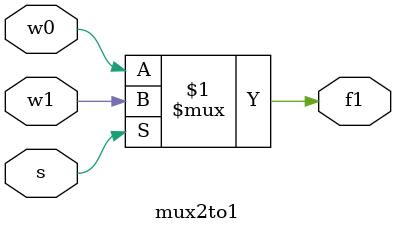
<source format=v>
module mux16(a,s,f);
input [15:0]a;
input [3:0]s;
output f;
wire g,h;
mux8to1 m1(a[7:0],s[2:0],g);
mux8to1 m2(a[15:8],s[2:0],h);
mux2to1 m3(g,h,s[3],f);
endmodule

module mux8to1(w,s,f);
input [7:0]w;
input [2:0]s;
output reg f;
always@(w,s)
begin
	case (s)
		0:f=w[0];
		1:f=w[1];
		2:f=w[2];
		3:f=w[3];
		4:f=w[4];
		5:f=w[5];
		6:f=w[6];
		7:f=w[7];
	endcase
end 
endmodule
		
module mux2to1 (w0, w1, s, f1);
input w0, w1, s;
output f1;

assign f1 = s ? w1 : w0;
endmodule


</source>
